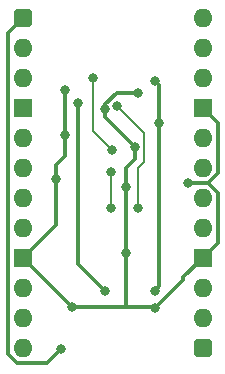
<source format=gbl>
%TF.GenerationSoftware,KiCad,Pcbnew,8.0.4*%
%TF.CreationDate,2024-08-21T09:07:31+02:00*%
%TF.ProjectId,Clock Doubler,436c6f63-6b20-4446-9f75-626c65722e6b,V0*%
%TF.SameCoordinates,PX54c81a0PY37b6b20*%
%TF.FileFunction,Copper,L2,Bot*%
%TF.FilePolarity,Positive*%
%FSLAX46Y46*%
G04 Gerber Fmt 4.6, Leading zero omitted, Abs format (unit mm)*
G04 Created by KiCad (PCBNEW 8.0.4) date 2024-08-21 09:07:31*
%MOMM*%
%LPD*%
G01*
G04 APERTURE LIST*
G04 Aperture macros list*
%AMRoundRect*
0 Rectangle with rounded corners*
0 $1 Rounding radius*
0 $2 $3 $4 $5 $6 $7 $8 $9 X,Y pos of 4 corners*
0 Add a 4 corners polygon primitive as box body*
4,1,4,$2,$3,$4,$5,$6,$7,$8,$9,$2,$3,0*
0 Add four circle primitives for the rounded corners*
1,1,$1+$1,$2,$3*
1,1,$1+$1,$4,$5*
1,1,$1+$1,$6,$7*
1,1,$1+$1,$8,$9*
0 Add four rect primitives between the rounded corners*
20,1,$1+$1,$2,$3,$4,$5,0*
20,1,$1+$1,$4,$5,$6,$7,0*
20,1,$1+$1,$6,$7,$8,$9,0*
20,1,$1+$1,$8,$9,$2,$3,0*%
G04 Aperture macros list end*
%TA.AperFunction,ComponentPad*%
%ADD10RoundRect,0.400000X-0.400000X-0.400000X0.400000X-0.400000X0.400000X0.400000X-0.400000X0.400000X0*%
%TD*%
%TA.AperFunction,ComponentPad*%
%ADD11O,1.600000X1.600000*%
%TD*%
%TA.AperFunction,ComponentPad*%
%ADD12R,1.600000X1.600000*%
%TD*%
%TA.AperFunction,ViaPad*%
%ADD13C,0.800000*%
%TD*%
%TA.AperFunction,Conductor*%
%ADD14C,0.380000*%
%TD*%
%TA.AperFunction,Conductor*%
%ADD15C,0.200000*%
%TD*%
G04 APERTURE END LIST*
D10*
%TO.P,J1,1,Pin_1*%
%TO.N,5V*%
X0Y0D03*
D11*
%TO.P,J1,2,Pin_2*%
%TO.N,unconnected-(J1-Pin_2-Pad2)*%
X0Y-2540000D03*
%TO.P,J1,3,Pin_3*%
%TO.N,unconnected-(J1-Pin_3-Pad3)*%
X0Y-5080000D03*
D12*
%TO.P,J1,4,Pin_4*%
%TO.N,GND*%
X0Y-7620000D03*
D11*
%TO.P,J1,5,Pin_5*%
%TO.N,Fast CLK*%
X0Y-10160000D03*
%TO.P,J1,6,Pin_6*%
%TO.N,unconnected-(J1-Pin_6-Pad6)*%
X0Y-12700000D03*
%TO.P,J1,7,Pin_7*%
%TO.N,unconnected-(J1-Pin_7-Pad7)*%
X0Y-15240000D03*
%TO.P,J1,8,Pin_8*%
%TO.N,unconnected-(J1-Pin_8-Pad8)*%
X0Y-17780000D03*
D12*
%TO.P,J1,9,Pin_9*%
%TO.N,GND*%
X0Y-20320000D03*
D11*
%TO.P,J1,10,Pin_10*%
%TO.N,unconnected-(J1-Pin_10-Pad10)*%
X0Y-22860000D03*
%TO.P,J1,11,Pin_11*%
%TO.N,unconnected-(J1-Pin_11-Pad11)*%
X0Y-25400000D03*
%TO.P,J1,12,Pin_12*%
%TO.N,unconnected-(J1-Pin_12-Pad12)*%
X0Y-27940000D03*
D10*
%TO.P,J1,13,Pin_13*%
%TO.N,5V*%
X15240000Y-27940000D03*
D11*
%TO.P,J1,14,Pin_14*%
%TO.N,unconnected-(J1-Pin_14-Pad14)*%
X15240000Y-25400000D03*
%TO.P,J1,15,Pin_15*%
%TO.N,unconnected-(J1-Pin_15-Pad15)*%
X15240000Y-22860000D03*
D12*
%TO.P,J1,16,Pin_16*%
%TO.N,GND*%
X15240000Y-20320000D03*
D11*
%TO.P,J1,17,Pin_17*%
%TO.N,unconnected-(J1-Pin_17-Pad17)*%
X15240000Y-17780000D03*
%TO.P,J1,18,Pin_18*%
%TO.N,unconnected-(J1-Pin_18-Pad18)*%
X15240000Y-15240000D03*
%TO.P,J1,19,Pin_19*%
%TO.N,unconnected-(J1-Pin_19-Pad19)*%
X15240000Y-12700000D03*
%TO.P,J1,20,Pin_20*%
%TO.N,2x Fast CLK*%
X15240000Y-10160000D03*
D12*
%TO.P,J1,21,Pin_21*%
%TO.N,GND*%
X15240000Y-7620000D03*
D11*
%TO.P,J1,22,Pin_22*%
%TO.N,unconnected-(J1-Pin_22-Pad22)*%
X15240000Y-5080000D03*
%TO.P,J1,23,Pin_23*%
%TO.N,unconnected-(J1-Pin_23-Pad23)*%
X15240000Y-2540000D03*
%TO.P,J1,24,Pin_24*%
%TO.N,unconnected-(J1-Pin_24-Pad24)*%
X15240000Y0D03*
%TD*%
D13*
%TO.N,/3.3V*%
X11557000Y-8890000D03*
X11175994Y-23114000D03*
X11176000Y-5333998D03*
%TO.N,Net-(IC2-IN-)*%
X8001000Y-7493000D03*
X9779000Y-16129000D03*
%TO.N,/1.6V*%
X4699001Y-7190001D03*
X6985004Y-23114000D03*
%TO.N,Net-(IC2-OUT)*%
X5969000Y-5080000D03*
X7570530Y-11225470D03*
%TO.N,/Clean Fast CLK*%
X7493000Y-16129000D03*
X7493000Y-13081002D03*
%TO.N,GND*%
X6985000Y-7747000D03*
X4191014Y-24511014D03*
X3556000Y-9906000D03*
X11218492Y-24606473D03*
X8718005Y-19939000D03*
X8763000Y-14351000D03*
X9537000Y-10922000D03*
X3568259Y-6139000D03*
X2794000Y-13650000D03*
X13970000Y-13970000D03*
X9779000Y-6350000D03*
%TO.N,5V*%
X3272006Y-28024000D03*
%TD*%
D14*
%TO.N,GND*%
X8718005Y-24429009D02*
X8636000Y-24511014D01*
X8718005Y-19939000D02*
X8718005Y-24429009D01*
X11123033Y-24511014D02*
X8636000Y-24511014D01*
X8636000Y-24511014D02*
X4191014Y-24511014D01*
%TO.N,5V*%
X-508000Y-29210000D02*
X2086006Y-29210000D01*
X2086006Y-29210000D02*
X3272006Y-28024000D01*
X-1270000Y-28448000D02*
X-508000Y-29210000D01*
X-1270000Y-1270000D02*
X-1270000Y-28448000D01*
X0Y0D02*
X-1270000Y-1270000D01*
%TO.N,GND*%
X16510000Y-13128000D02*
X15668000Y-13970000D01*
X16510000Y-8890000D02*
X16510000Y-13128000D01*
X15240000Y-7620000D02*
X16510000Y-8890000D01*
X16510000Y-19050000D02*
X15240000Y-20320000D01*
X16510000Y-14812000D02*
X16510000Y-19050000D01*
X15668000Y-13970000D02*
X16510000Y-14812000D01*
X7956060Y-6350000D02*
X6985000Y-7321060D01*
X6985000Y-7321060D02*
X6985000Y-7747000D01*
X9779000Y-6350000D02*
X7956060Y-6350000D01*
X6985000Y-8370000D02*
X6985000Y-7747000D01*
X9537000Y-10922000D02*
X6985000Y-8370000D01*
D15*
%TO.N,Net-(IC2-IN-)*%
X10287000Y-9779000D02*
X8001000Y-7493000D01*
X9779000Y-12700000D02*
X10287000Y-12192000D01*
X9779000Y-16129000D02*
X9779000Y-12700000D01*
X10287000Y-12192000D02*
X10287000Y-9779000D01*
D14*
%TO.N,/3.3V*%
X11176000Y-23114000D02*
X11175994Y-23114000D01*
X11557000Y-22733000D02*
X11176000Y-23114000D01*
X11557000Y-8890000D02*
X11557000Y-22733000D01*
%TO.N,GND*%
X13589000Y-22225000D02*
X13589000Y-21971000D01*
X11218492Y-24595508D02*
X13589000Y-22225000D01*
X13589000Y-21971000D02*
X15240000Y-20320000D01*
X11218492Y-24606473D02*
X11218492Y-24595508D01*
X11218492Y-24606473D02*
X11123033Y-24511014D01*
X0Y-20320000D02*
X4191014Y-24511014D01*
%TO.N,/1.6V*%
X4699001Y-20827997D02*
X6985004Y-23114000D01*
X4699001Y-7190001D02*
X4699001Y-20827997D01*
%TO.N,GND*%
X9537000Y-11926000D02*
X9537000Y-10922000D01*
X8763000Y-12700000D02*
X9537000Y-11926000D01*
X8763000Y-14351000D02*
X8763000Y-12700000D01*
X3556000Y-11684000D02*
X3556000Y-9906000D01*
X2794000Y-12446000D02*
X3556000Y-11684000D01*
X2794000Y-13650000D02*
X2794000Y-12446000D01*
X3568259Y-6139000D02*
X3556000Y-6151259D01*
X3556000Y-6151259D02*
X3556000Y-9906000D01*
X2794000Y-17526000D02*
X2794000Y-13650000D01*
X0Y-20320000D02*
X2794000Y-17526000D01*
%TO.N,/3.3V*%
X11557000Y-8890000D02*
X11557000Y-5714998D01*
X11557000Y-5714998D02*
X11176000Y-5333998D01*
D15*
%TO.N,Net-(IC2-OUT)*%
X5969000Y-9623940D02*
X7570530Y-11225470D01*
X5969000Y-5080000D02*
X5969000Y-9623940D01*
%TO.N,/Clean Fast CLK*%
X7493000Y-16129000D02*
X7493000Y-13081002D01*
D14*
%TO.N,GND*%
X8718005Y-14395995D02*
X8718005Y-19939000D01*
X8763000Y-14351000D02*
X8718005Y-14395995D01*
X15668000Y-13970000D02*
X13970000Y-13970000D01*
%TD*%
M02*

</source>
